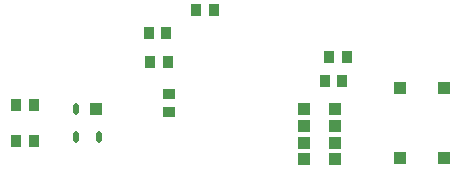
<source format=gtp>
G04 #@! TF.GenerationSoftware,KiCad,Pcbnew,7.0.9*
G04 #@! TF.CreationDate,2024-11-14T15:36:12+03:00*
G04 #@! TF.ProjectId,Teco,5465636f-2e6b-4696-9361-645f70636258,rev?*
G04 #@! TF.SameCoordinates,Original*
G04 #@! TF.FileFunction,Paste,Top*
G04 #@! TF.FilePolarity,Positive*
%FSLAX46Y46*%
G04 Gerber Fmt 4.6, Leading zero omitted, Abs format (unit mm)*
G04 Created by KiCad (PCBNEW 7.0.9) date 2024-11-14 15:36:12*
%MOMM*%
%LPD*%
G01*
G04 APERTURE LIST*
%ADD10R,0.889000X1.016000*%
%ADD11R,0.900000X1.000000*%
%ADD12R,1.000000X0.900000*%
%ADD13R,1.100000X1.000000*%
%ADD14R,1.000760X1.000760*%
%ADD15R,1.000000X1.000000*%
%ADD16O,0.550000X1.000000*%
G04 APERTURE END LIST*
D10*
X143262000Y-77400000D03*
X141738000Y-77400000D03*
X128062000Y-77800000D03*
X126538000Y-77800000D03*
X131962000Y-73400000D03*
X130438000Y-73400000D03*
D11*
X141350000Y-79400000D03*
X142850000Y-79400000D03*
D12*
X128136000Y-80571800D03*
X128136000Y-82071800D03*
D11*
X127950000Y-75400000D03*
X126450000Y-75400000D03*
D13*
X147750000Y-86000000D03*
X147750000Y-80000000D03*
X151450000Y-86000000D03*
X151450000Y-80000000D03*
D14*
X139599520Y-86050000D03*
X142200480Y-86050000D03*
X139599520Y-84650000D03*
X142200480Y-84650000D03*
X139599520Y-83250000D03*
X142200480Y-83250000D03*
X139599520Y-81850000D03*
X142200480Y-81850000D03*
D11*
X115250000Y-84500000D03*
X116750000Y-84500000D03*
D15*
X122010000Y-81850000D03*
D16*
X120290000Y-81850000D03*
X120290000Y-84150000D03*
X122210000Y-84150000D03*
D11*
X115250000Y-81500000D03*
X116750000Y-81500000D03*
M02*

</source>
